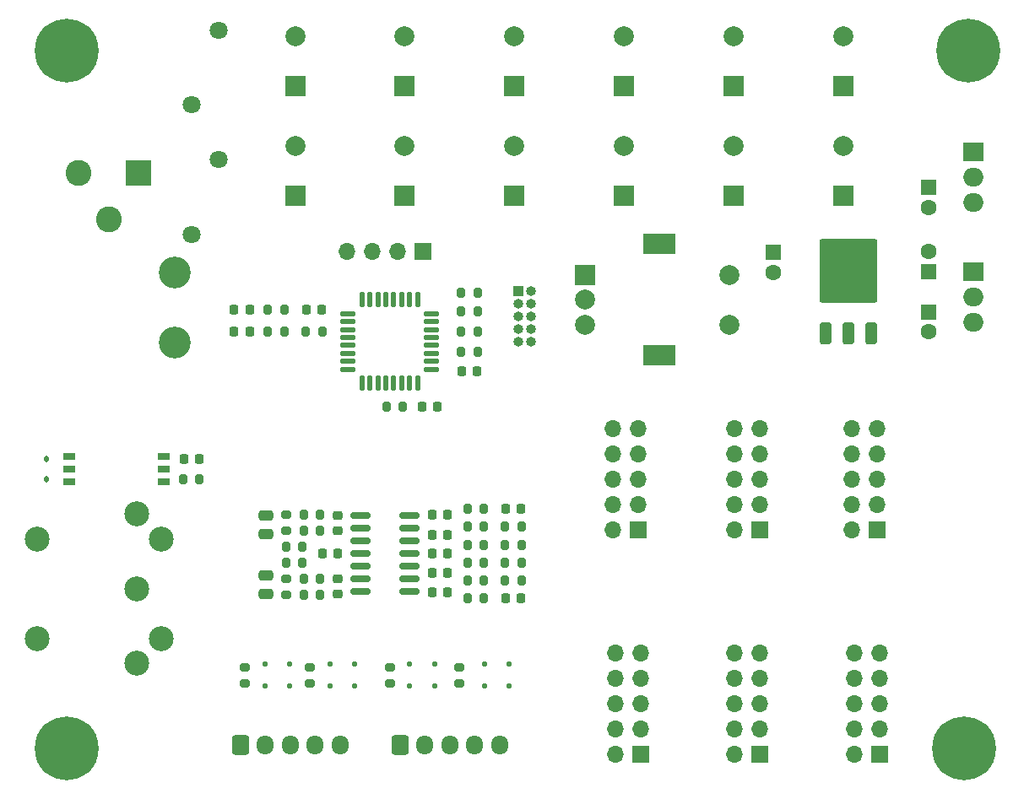
<source format=gbr>
%TF.GenerationSoftware,KiCad,Pcbnew,8.0.0*%
%TF.CreationDate,2024-07-13T20:22:53-07:00*%
%TF.ProjectId,midi-controller,6d696469-2d63-46f6-9e74-726f6c6c6572,rev?*%
%TF.SameCoordinates,Original*%
%TF.FileFunction,Soldermask,Top*%
%TF.FilePolarity,Negative*%
%FSLAX46Y46*%
G04 Gerber Fmt 4.6, Leading zero omitted, Abs format (unit mm)*
G04 Created by KiCad (PCBNEW 8.0.0) date 2024-07-13 20:22:53*
%MOMM*%
%LPD*%
G01*
G04 APERTURE LIST*
G04 Aperture macros list*
%AMRoundRect*
0 Rectangle with rounded corners*
0 $1 Rounding radius*
0 $2 $3 $4 $5 $6 $7 $8 $9 X,Y pos of 4 corners*
0 Add a 4 corners polygon primitive as box body*
4,1,4,$2,$3,$4,$5,$6,$7,$8,$9,$2,$3,0*
0 Add four circle primitives for the rounded corners*
1,1,$1+$1,$2,$3*
1,1,$1+$1,$4,$5*
1,1,$1+$1,$6,$7*
1,1,$1+$1,$8,$9*
0 Add four rect primitives between the rounded corners*
20,1,$1+$1,$2,$3,$4,$5,0*
20,1,$1+$1,$4,$5,$6,$7,0*
20,1,$1+$1,$6,$7,$8,$9,0*
20,1,$1+$1,$8,$9,$2,$3,0*%
G04 Aperture macros list end*
%ADD10C,2.499360*%
%ADD11C,3.200000*%
%ADD12C,6.400000*%
%ADD13RoundRect,0.250000X-0.600000X-0.725000X0.600000X-0.725000X0.600000X0.725000X-0.600000X0.725000X0*%
%ADD14O,1.700000X1.950000*%
%ADD15RoundRect,0.218750X0.218750X0.256250X-0.218750X0.256250X-0.218750X-0.256250X0.218750X-0.256250X0*%
%ADD16RoundRect,0.150000X-0.825000X-0.150000X0.825000X-0.150000X0.825000X0.150000X-0.825000X0.150000X0*%
%ADD17R,1.300000X0.800000*%
%ADD18RoundRect,0.125000X-0.625000X-0.125000X0.625000X-0.125000X0.625000X0.125000X-0.625000X0.125000X0*%
%ADD19RoundRect,0.125000X-0.125000X-0.625000X0.125000X-0.625000X0.125000X0.625000X-0.125000X0.625000X0*%
%ADD20R,2.000000X2.000000*%
%ADD21C,2.000000*%
%ADD22R,3.200000X2.000000*%
%ADD23RoundRect,0.200000X0.275000X-0.200000X0.275000X0.200000X-0.275000X0.200000X-0.275000X-0.200000X0*%
%ADD24RoundRect,0.200000X-0.275000X0.200000X-0.275000X-0.200000X0.275000X-0.200000X0.275000X0.200000X0*%
%ADD25RoundRect,0.200000X0.200000X0.275000X-0.200000X0.275000X-0.200000X-0.275000X0.200000X-0.275000X0*%
%ADD26RoundRect,0.200000X-0.200000X-0.275000X0.200000X-0.275000X0.200000X0.275000X-0.200000X0.275000X0*%
%ADD27R,1.000000X1.000000*%
%ADD28O,1.000000X1.000000*%
%ADD29R,1.700000X1.700000*%
%ADD30O,1.700000X1.700000*%
%ADD31RoundRect,0.125000X0.125000X-0.125000X0.125000X0.125000X-0.125000X0.125000X-0.125000X-0.125000X0*%
%ADD32RoundRect,0.112500X-0.112500X0.187500X-0.112500X-0.187500X0.112500X-0.187500X0.112500X0.187500X0*%
%ADD33RoundRect,0.225000X-0.250000X0.225000X-0.250000X-0.225000X0.250000X-0.225000X0.250000X0.225000X0*%
%ADD34RoundRect,0.225000X0.250000X-0.225000X0.250000X0.225000X-0.250000X0.225000X-0.250000X-0.225000X0*%
%ADD35RoundRect,0.225000X-0.225000X-0.250000X0.225000X-0.250000X0.225000X0.250000X-0.225000X0.250000X0*%
%ADD36RoundRect,0.250000X0.475000X-0.250000X0.475000X0.250000X-0.475000X0.250000X-0.475000X-0.250000X0*%
%ADD37RoundRect,0.250000X-0.475000X0.250000X-0.475000X-0.250000X0.475000X-0.250000X0.475000X0.250000X0*%
%ADD38RoundRect,0.225000X0.225000X0.250000X-0.225000X0.250000X-0.225000X-0.250000X0.225000X-0.250000X0*%
%ADD39RoundRect,0.250000X0.350000X-0.850000X0.350000X0.850000X-0.350000X0.850000X-0.350000X-0.850000X0*%
%ADD40RoundRect,0.249997X2.650003X-2.950003X2.650003X2.950003X-2.650003X2.950003X-2.650003X-2.950003X0*%
%ADD41R,2.000000X1.905000*%
%ADD42O,2.000000X1.905000*%
%ADD43C,1.800000*%
%ADD44R,2.600000X2.600000*%
%ADD45C,2.600000*%
%ADD46R,1.600000X1.600000*%
%ADD47C,1.600000*%
G04 APERTURE END LIST*
D10*
%TO.C,J3*%
X116099100Y-104803820D03*
X116099100Y-114796180D03*
X113597200Y-102301920D03*
X113599740Y-109800000D03*
X113597200Y-117298080D03*
X103602300Y-114801260D03*
X103602300Y-104798740D03*
%TD*%
D11*
%TO.C,SW2*%
X117425000Y-78100000D03*
X117425000Y-85100000D03*
%TD*%
D12*
%TO.C,H4*%
X196600000Y-125800000D03*
%TD*%
%TO.C,H3*%
X106600000Y-125800000D03*
%TD*%
%TO.C,H2*%
X197000000Y-55800000D03*
%TD*%
%TO.C,H1*%
X106600000Y-55800000D03*
%TD*%
D13*
%TO.C,J5*%
X124000000Y-125475000D03*
D14*
X126500000Y-125475000D03*
X129000000Y-125475000D03*
X131500000Y-125475000D03*
X134000000Y-125475000D03*
%TD*%
D13*
%TO.C,J4*%
X140000000Y-125475000D03*
D14*
X142500000Y-125475000D03*
X145000000Y-125475000D03*
X147500000Y-125475000D03*
X150000000Y-125475000D03*
%TD*%
D15*
%TO.C,D3*%
X124947500Y-81800000D03*
X123372500Y-81800000D03*
%TD*%
%TO.C,D2*%
X124947500Y-84000000D03*
X123372500Y-84000000D03*
%TD*%
D16*
%TO.C,U3*%
X136025000Y-102490000D03*
X136025000Y-103760000D03*
X136025000Y-105030000D03*
X136025000Y-106300000D03*
X136025000Y-107570000D03*
X136025000Y-108840000D03*
X136025000Y-110110000D03*
X140975000Y-110110000D03*
X140975000Y-108840000D03*
X140975000Y-107570000D03*
X140975000Y-106300000D03*
X140975000Y-105030000D03*
X140975000Y-103760000D03*
X140975000Y-102490000D03*
%TD*%
D17*
%TO.C,U2*%
X106850000Y-96530000D03*
X106850000Y-97800000D03*
X106850000Y-99070000D03*
X116350000Y-99070000D03*
X116350000Y-97800000D03*
X116350000Y-96530000D03*
%TD*%
D18*
%TO.C,U1*%
X134825000Y-82200000D03*
X134825000Y-83000000D03*
X134825000Y-83800000D03*
X134825000Y-84600000D03*
X134825000Y-85400000D03*
X134825000Y-86200000D03*
X134825000Y-87000000D03*
X134825000Y-87800000D03*
D19*
X136200000Y-89175000D03*
X137000000Y-89175000D03*
X137800000Y-89175000D03*
X138600000Y-89175000D03*
X139400000Y-89175000D03*
X140200000Y-89175000D03*
X141000000Y-89175000D03*
X141800000Y-89175000D03*
D18*
X143175000Y-87800000D03*
X143175000Y-87000000D03*
X143175000Y-86200000D03*
X143175000Y-85400000D03*
X143175000Y-84600000D03*
X143175000Y-83800000D03*
X143175000Y-83000000D03*
X143175000Y-82200000D03*
D19*
X141800000Y-80825000D03*
X141000000Y-80825000D03*
X140200000Y-80825000D03*
X139400000Y-80825000D03*
X138600000Y-80825000D03*
X137800000Y-80825000D03*
X137000000Y-80825000D03*
X136200000Y-80825000D03*
%TD*%
D20*
%TO.C,SW1*%
X158550000Y-78300000D03*
D21*
X158550000Y-83300000D03*
X158550000Y-80800000D03*
D22*
X166050000Y-75200000D03*
X166050000Y-86400000D03*
D21*
X173050000Y-83300000D03*
X173050000Y-78300000D03*
%TD*%
D23*
%TO.C,R31*%
X139000000Y-119325000D03*
X139000000Y-117675000D03*
%TD*%
%TO.C,R30*%
X131000000Y-119325000D03*
X131000000Y-117675000D03*
%TD*%
%TO.C,R29*%
X146000000Y-119325000D03*
X146000000Y-117675000D03*
%TD*%
D24*
%TO.C,R27*%
X128600000Y-108775000D03*
X128600000Y-110425000D03*
%TD*%
D23*
%TO.C,R26*%
X128600000Y-104025000D03*
X128600000Y-102375000D03*
%TD*%
D25*
%TO.C,R25*%
X148425000Y-110800000D03*
X146775000Y-110800000D03*
%TD*%
D26*
%TO.C,R23*%
X130375000Y-108800000D03*
X132025000Y-108800000D03*
%TD*%
%TO.C,R22*%
X130375000Y-104000000D03*
X132025000Y-104000000D03*
%TD*%
D25*
%TO.C,R21*%
X148425000Y-109000000D03*
X146775000Y-109000000D03*
%TD*%
%TO.C,R19*%
X132025000Y-110400000D03*
X130375000Y-110400000D03*
%TD*%
%TO.C,R18*%
X132025000Y-102400000D03*
X130375000Y-102400000D03*
%TD*%
D26*
%TO.C,R17*%
X150575000Y-109000000D03*
X152225000Y-109000000D03*
%TD*%
%TO.C,R15*%
X146775000Y-107200000D03*
X148425000Y-107200000D03*
%TD*%
%TO.C,R13*%
X150575000Y-107200000D03*
X152225000Y-107200000D03*
%TD*%
D25*
%TO.C,R12*%
X130225000Y-107200000D03*
X128575000Y-107200000D03*
%TD*%
%TO.C,R11*%
X130225000Y-105600000D03*
X128575000Y-105600000D03*
%TD*%
%TO.C,R9*%
X140325000Y-91500000D03*
X138675000Y-91500000D03*
%TD*%
%TO.C,R8*%
X128425000Y-81800000D03*
X126775000Y-81800000D03*
%TD*%
%TO.C,R7*%
X128425000Y-84000000D03*
X126775000Y-84000000D03*
%TD*%
%TO.C,R6*%
X147825000Y-82000000D03*
X146175000Y-82000000D03*
%TD*%
D26*
%TO.C,R5*%
X118275000Y-98800000D03*
X119925000Y-98800000D03*
%TD*%
%TO.C,R4*%
X130575000Y-84000000D03*
X132225000Y-84000000D03*
%TD*%
D25*
%TO.C,R3*%
X147825000Y-84000000D03*
X146175000Y-84000000D03*
%TD*%
%TO.C,R2*%
X147825000Y-86000000D03*
X146175000Y-86000000D03*
%TD*%
D26*
%TO.C,R1*%
X146175000Y-80100000D03*
X147825000Y-80100000D03*
%TD*%
D27*
%TO.C,J2*%
X151875000Y-79950000D03*
D28*
X153145000Y-79950000D03*
X151875000Y-81220000D03*
X153145000Y-81220000D03*
X151875000Y-82490000D03*
X153145000Y-82490000D03*
X151875000Y-83760000D03*
X153145000Y-83760000D03*
X151875000Y-85030000D03*
X153145000Y-85030000D03*
%TD*%
D29*
%TO.C,J1*%
X142300000Y-76000000D03*
D30*
X139760000Y-76000000D03*
X137220000Y-76000000D03*
X134680000Y-76000000D03*
%TD*%
D31*
%TO.C,D11*%
X143500000Y-119600000D03*
X143500000Y-117400000D03*
%TD*%
%TO.C,D10*%
X141000000Y-119600000D03*
X141000000Y-117400000D03*
%TD*%
%TO.C,D9*%
X135500000Y-119600000D03*
X135500000Y-117400000D03*
%TD*%
%TO.C,D8*%
X133000000Y-119577500D03*
X133000000Y-117377500D03*
%TD*%
%TO.C,D7*%
X151000000Y-119577500D03*
X151000000Y-117377500D03*
%TD*%
%TO.C,D6*%
X148477500Y-119577500D03*
X148477500Y-117377500D03*
%TD*%
D32*
%TO.C,D1*%
X104600000Y-96750000D03*
X104600000Y-98850000D03*
%TD*%
D33*
%TO.C,C14*%
X133800000Y-108825000D03*
X133800000Y-110375000D03*
%TD*%
D34*
%TO.C,C13*%
X133800000Y-103975000D03*
X133800000Y-102425000D03*
%TD*%
D35*
%TO.C,C12*%
X143225000Y-110200000D03*
X144775000Y-110200000D03*
%TD*%
D36*
%TO.C,C6*%
X126600000Y-110350000D03*
X126600000Y-108450000D03*
%TD*%
D37*
%TO.C,C5*%
X126600000Y-102450000D03*
X126600000Y-104350000D03*
%TD*%
D35*
%TO.C,C4*%
X118325000Y-96800000D03*
X119875000Y-96800000D03*
%TD*%
%TO.C,C3*%
X142225000Y-91500000D03*
X143775000Y-91500000D03*
%TD*%
%TO.C,C2*%
X146225000Y-88000000D03*
X147775000Y-88000000D03*
%TD*%
D38*
%TO.C,C1*%
X132175000Y-81800000D03*
X130625000Y-81800000D03*
%TD*%
D39*
%TO.C,U6*%
X182720000Y-84200000D03*
X185000000Y-84200000D03*
D40*
X185000000Y-77900000D03*
D39*
X187280000Y-84200000D03*
%TD*%
D41*
%TO.C,U5*%
X197555000Y-65960000D03*
D42*
X197555000Y-68500000D03*
X197555000Y-71040000D03*
%TD*%
D41*
%TO.C,U4*%
X197555000Y-77960000D03*
D42*
X197555000Y-80500000D03*
X197555000Y-83040000D03*
%TD*%
D43*
%TO.C,TH2*%
X121850000Y-53750000D03*
X119150000Y-61250000D03*
%TD*%
%TO.C,TH1*%
X121850000Y-66750000D03*
X119150000Y-74250000D03*
%TD*%
D23*
%TO.C,R28*%
X124500000Y-119325000D03*
X124500000Y-117675000D03*
%TD*%
D25*
%TO.C,R24*%
X148425000Y-101800000D03*
X146775000Y-101800000D03*
%TD*%
%TO.C,R20*%
X148425000Y-103600000D03*
X146775000Y-103600000D03*
%TD*%
D26*
%TO.C,R16*%
X150575000Y-103600000D03*
X152225000Y-103600000D03*
%TD*%
%TO.C,R14*%
X146775000Y-105400000D03*
X148425000Y-105400000D03*
%TD*%
%TO.C,R10*%
X150575000Y-105400000D03*
X152225000Y-105400000D03*
%TD*%
D29*
%TO.C,J12*%
X188140000Y-126420000D03*
D30*
X185600000Y-126420000D03*
X188140000Y-123880000D03*
X185600000Y-123880000D03*
X188140000Y-121340000D03*
X185600000Y-121340000D03*
X188140000Y-118800000D03*
X185600000Y-118800000D03*
X188140000Y-116260000D03*
X185600000Y-116260000D03*
%TD*%
D29*
%TO.C,J11*%
X187875000Y-103875000D03*
D30*
X185335000Y-103875000D03*
X187875000Y-101335000D03*
X185335000Y-101335000D03*
X187875000Y-98795000D03*
X185335000Y-98795000D03*
X187875000Y-96255000D03*
X185335000Y-96255000D03*
X187875000Y-93715000D03*
X185335000Y-93715000D03*
%TD*%
D29*
%TO.C,J10*%
X163875000Y-103875000D03*
D30*
X161335000Y-103875000D03*
X163875000Y-101335000D03*
X161335000Y-101335000D03*
X163875000Y-98795000D03*
X161335000Y-98795000D03*
X163875000Y-96255000D03*
X161335000Y-96255000D03*
X163875000Y-93715000D03*
X161335000Y-93715000D03*
%TD*%
D29*
%TO.C,J9*%
X176140000Y-103875000D03*
D30*
X173600000Y-103875000D03*
X176140000Y-101335000D03*
X173600000Y-101335000D03*
X176140000Y-98795000D03*
X173600000Y-98795000D03*
X176140000Y-96255000D03*
X173600000Y-96255000D03*
X176140000Y-93715000D03*
X173600000Y-93715000D03*
%TD*%
D29*
%TO.C,J8*%
X164140000Y-126420000D03*
D30*
X161600000Y-126420000D03*
X164140000Y-123880000D03*
X161600000Y-123880000D03*
X164140000Y-121340000D03*
X161600000Y-121340000D03*
X164140000Y-118800000D03*
X161600000Y-118800000D03*
X164140000Y-116260000D03*
X161600000Y-116260000D03*
%TD*%
D29*
%TO.C,J7*%
X176140000Y-126420000D03*
D30*
X173600000Y-126420000D03*
X176140000Y-123880000D03*
X173600000Y-123880000D03*
X176140000Y-121340000D03*
X173600000Y-121340000D03*
X176140000Y-118800000D03*
X173600000Y-118800000D03*
X176140000Y-116260000D03*
X173600000Y-116260000D03*
%TD*%
D44*
%TO.C,J6*%
X113800000Y-68050000D03*
D45*
X107800000Y-68050000D03*
X110800000Y-72750000D03*
%TD*%
D31*
%TO.C,D5*%
X128977500Y-119577500D03*
X128977500Y-117377500D03*
%TD*%
%TO.C,D4*%
X126500000Y-119600000D03*
X126500000Y-117400000D03*
%TD*%
D46*
%TO.C,C34*%
X193000000Y-69544887D03*
D47*
X193000000Y-71544887D03*
%TD*%
D46*
%TO.C,C33*%
X193000000Y-82044888D03*
D47*
X193000000Y-84044888D03*
%TD*%
D46*
%TO.C,C32*%
X177500000Y-76044887D03*
D47*
X177500000Y-78044887D03*
%TD*%
D46*
%TO.C,C29*%
X193000000Y-77955113D03*
D47*
X193000000Y-75955113D03*
%TD*%
D20*
%TO.C,C28*%
X184500000Y-59367677D03*
D21*
X184500000Y-54367677D03*
%TD*%
D20*
%TO.C,C27*%
X184500000Y-70367677D03*
D21*
X184500000Y-65367677D03*
%TD*%
D38*
%TO.C,C26*%
X144775000Y-106300000D03*
X143225000Y-106300000D03*
%TD*%
%TO.C,C25*%
X133775000Y-106300000D03*
X132225000Y-106300000D03*
%TD*%
D20*
%TO.C,C24*%
X173500000Y-59367677D03*
D21*
X173500000Y-54367677D03*
%TD*%
D20*
%TO.C,C23*%
X173500000Y-70367677D03*
D21*
X173500000Y-65367677D03*
%TD*%
D20*
%TO.C,C22*%
X162500000Y-59367677D03*
D21*
X162500000Y-54367677D03*
%TD*%
D20*
%TO.C,C21*%
X162500000Y-70367677D03*
D21*
X162500000Y-65367677D03*
%TD*%
D20*
%TO.C,C20*%
X151500000Y-59367677D03*
D21*
X151500000Y-54367677D03*
%TD*%
D20*
%TO.C,C19*%
X151500000Y-70367677D03*
D21*
X151500000Y-65367677D03*
%TD*%
D20*
%TO.C,C18*%
X140500000Y-59367677D03*
D21*
X140500000Y-54367677D03*
%TD*%
D20*
%TO.C,C17*%
X140500000Y-70367677D03*
D21*
X140500000Y-65367677D03*
%TD*%
D20*
%TO.C,C16*%
X129500000Y-59367677D03*
D21*
X129500000Y-54367677D03*
%TD*%
D20*
%TO.C,C15*%
X129500000Y-70367677D03*
D21*
X129500000Y-65367677D03*
%TD*%
D35*
%TO.C,C11*%
X143225000Y-102400000D03*
X144775000Y-102400000D03*
%TD*%
D38*
%TO.C,C10*%
X152175000Y-110800000D03*
X150625000Y-110800000D03*
%TD*%
%TO.C,C9*%
X152175000Y-101800000D03*
X150625000Y-101800000D03*
%TD*%
D35*
%TO.C,C8*%
X143225000Y-108200000D03*
X144775000Y-108200000D03*
%TD*%
%TO.C,C7*%
X143225000Y-104400000D03*
X144775000Y-104400000D03*
%TD*%
M02*

</source>
